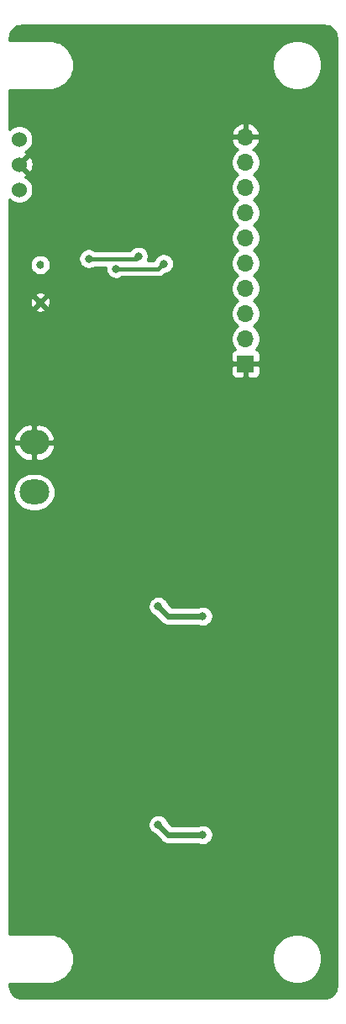
<source format=gbr>
G04 #@! TF.GenerationSoftware,KiCad,Pcbnew,5.1.5+dfsg1-2build2*
G04 #@! TF.CreationDate,2021-04-04T02:08:23+02:00*
G04 #@! TF.ProjectId,t100-usb,74313030-2d75-4736-922e-6b696361645f,rev?*
G04 #@! TF.SameCoordinates,Original*
G04 #@! TF.FileFunction,Copper,L2,Bot*
G04 #@! TF.FilePolarity,Positive*
%FSLAX46Y46*%
G04 Gerber Fmt 4.6, Leading zero omitted, Abs format (unit mm)*
G04 Created by KiCad (PCBNEW 5.1.5+dfsg1-2build2) date 2021-04-04 02:08:23*
%MOMM*%
%LPD*%
G04 APERTURE LIST*
%ADD10O,1.700000X1.700000*%
%ADD11R,1.700000X1.700000*%
%ADD12O,3.000000X2.500000*%
%ADD13C,1.524000*%
%ADD14C,0.797560*%
%ADD15C,0.800000*%
%ADD16C,0.600000*%
%ADD17C,0.400000*%
%ADD18C,0.254000*%
G04 APERTURE END LIST*
D10*
X107315000Y-62230000D03*
X107315000Y-64770000D03*
X107315000Y-67310000D03*
X107315000Y-69850000D03*
X107315000Y-72390000D03*
X107315000Y-74930000D03*
X107315000Y-77470000D03*
X107315000Y-80010000D03*
X107315000Y-82550000D03*
D11*
X107315000Y-85090000D03*
D12*
X86000000Y-98000000D03*
X86000000Y-93000000D03*
D13*
X84500000Y-62460000D03*
X84500000Y-65000000D03*
X84500000Y-67540000D03*
D14*
X86603840Y-75100080D03*
X86601300Y-78897380D03*
D15*
X101000000Y-75000000D03*
X93500000Y-127000000D03*
X92718750Y-127218750D03*
X91062500Y-128937500D03*
X91062500Y-129937500D03*
X91062500Y-107937500D03*
X91062500Y-106937500D03*
X92718750Y-105218750D03*
X93500000Y-105000000D03*
X101500000Y-115000000D03*
X100500000Y-115000000D03*
X99500000Y-115000000D03*
X100500000Y-137000000D03*
X99500000Y-137000000D03*
X101500000Y-137000000D03*
X89000000Y-69250000D03*
X85752650Y-82247350D03*
X94000000Y-61000000D03*
X100999954Y-80437500D03*
X98500000Y-109500000D03*
X102999996Y-110500004D03*
X98500000Y-131500000D03*
X103000000Y-132500000D03*
X96500000Y-74250000D03*
X91500000Y-74500000D03*
X94250000Y-75500000D03*
X99050000Y-75000000D03*
D16*
X102999992Y-110500000D02*
X102999996Y-110500004D01*
X99500000Y-110500000D02*
X102999992Y-110500000D01*
X98500000Y-109500000D02*
X99500000Y-110500000D01*
X98500000Y-131500000D02*
X99500000Y-132500000D01*
X99500000Y-132500000D02*
X103000000Y-132500000D01*
D17*
X96250000Y-74500000D02*
X96500000Y-74250000D01*
X91500000Y-74500000D02*
X96250000Y-74500000D01*
X98500000Y-75500000D02*
X99000000Y-75000000D01*
X94250000Y-75500000D02*
X98500000Y-75500000D01*
X99000000Y-75000000D02*
X99050000Y-75000000D01*
D18*
G36*
X115489750Y-51039162D02*
G01*
X115720370Y-51108789D01*
X115933076Y-51221887D01*
X116119763Y-51374145D01*
X116273318Y-51559761D01*
X116387898Y-51771671D01*
X116459134Y-52001797D01*
X116488001Y-52276451D01*
X116488000Y-147712734D01*
X116460838Y-147989751D01*
X116391209Y-148220373D01*
X116278112Y-148433077D01*
X116125854Y-148619763D01*
X115940240Y-148773317D01*
X115728326Y-148887898D01*
X115498203Y-148959133D01*
X115223558Y-148988000D01*
X84787265Y-148988000D01*
X84510248Y-148960838D01*
X84279626Y-148891209D01*
X84066922Y-148778112D01*
X83880236Y-148625854D01*
X83726682Y-148440240D01*
X83612101Y-148228326D01*
X83540866Y-147998203D01*
X83511999Y-147723558D01*
X83511999Y-147512000D01*
X87537426Y-147512000D01*
X87576082Y-147508193D01*
X87598792Y-147508193D01*
X87609373Y-147507080D01*
X87948784Y-147469009D01*
X88016328Y-147454652D01*
X88084086Y-147441236D01*
X88094250Y-147438090D01*
X88419803Y-147334819D01*
X88483333Y-147307590D01*
X88547135Y-147281293D01*
X88556494Y-147276233D01*
X88855788Y-147111695D01*
X88912764Y-147072683D01*
X88970299Y-147034457D01*
X88978496Y-147027675D01*
X89240131Y-146808137D01*
X89288443Y-146758803D01*
X89337458Y-146710129D01*
X89344182Y-146701884D01*
X89558192Y-146435710D01*
X89596014Y-146377913D01*
X89634631Y-146320661D01*
X89639619Y-146311278D01*
X89639625Y-146311269D01*
X89639629Y-146311260D01*
X89797859Y-146008593D01*
X89823731Y-145944559D01*
X89850495Y-145880891D01*
X89853566Y-145870716D01*
X89853570Y-145870706D01*
X89853572Y-145870696D01*
X89950000Y-145543061D01*
X89962941Y-145475220D01*
X89976829Y-145407566D01*
X89977867Y-145396978D01*
X90008821Y-145056843D01*
X90008339Y-144987749D01*
X90008821Y-144918722D01*
X90007783Y-144908134D01*
X89991355Y-144751821D01*
X109980192Y-144751821D01*
X109980192Y-145248179D01*
X110077027Y-145735001D01*
X110266975Y-146193577D01*
X110542738Y-146606284D01*
X110893716Y-146957262D01*
X111306423Y-147233025D01*
X111764999Y-147422973D01*
X112251821Y-147519808D01*
X112748179Y-147519808D01*
X113235001Y-147422973D01*
X113693577Y-147233025D01*
X114106284Y-146957262D01*
X114457262Y-146606284D01*
X114733025Y-146193577D01*
X114922973Y-145735001D01*
X115019808Y-145248179D01*
X115019808Y-144751821D01*
X114922973Y-144264999D01*
X114733025Y-143806423D01*
X114457262Y-143393716D01*
X114106284Y-143042738D01*
X113693577Y-142766975D01*
X113235001Y-142577027D01*
X112748179Y-142480192D01*
X112251821Y-142480192D01*
X111764999Y-142577027D01*
X111306423Y-142766975D01*
X110893716Y-143042738D01*
X110542738Y-143393716D01*
X110266975Y-143806423D01*
X110077027Y-144264999D01*
X109980192Y-144751821D01*
X89991355Y-144751821D01*
X89972083Y-144568465D01*
X89958196Y-144500809D01*
X89945255Y-144432970D01*
X89942182Y-144422795D01*
X89942180Y-144422785D01*
X89942176Y-144422776D01*
X89841183Y-144096519D01*
X89814417Y-144032845D01*
X89788548Y-143968816D01*
X89783553Y-143959423D01*
X89783553Y-143959422D01*
X89783550Y-143959418D01*
X89621108Y-143658987D01*
X89582505Y-143601756D01*
X89544671Y-143543939D01*
X89537947Y-143535694D01*
X89320241Y-143272534D01*
X89271244Y-143223878D01*
X89222913Y-143174524D01*
X89214715Y-143167742D01*
X88950040Y-142951880D01*
X88892545Y-142913680D01*
X88835532Y-142874642D01*
X88826173Y-142869582D01*
X88524611Y-142709239D01*
X88460789Y-142682933D01*
X88397279Y-142655712D01*
X88387119Y-142652568D01*
X88387113Y-142652566D01*
X88060152Y-142553851D01*
X87992406Y-142540436D01*
X87924848Y-142526076D01*
X87914280Y-142524966D01*
X87914268Y-142524964D01*
X87914257Y-142524964D01*
X87574357Y-142491637D01*
X87574354Y-142491637D01*
X87537426Y-142488000D01*
X83511998Y-142488000D01*
X83511998Y-131398061D01*
X97465000Y-131398061D01*
X97465000Y-131601939D01*
X97504774Y-131801898D01*
X97582795Y-131990256D01*
X97696063Y-132159774D01*
X97840226Y-132303937D01*
X98009744Y-132417205D01*
X98155142Y-132477431D01*
X98806370Y-133128659D01*
X98835656Y-133164344D01*
X98978028Y-133281186D01*
X99083880Y-133337765D01*
X99140459Y-133368007D01*
X99316708Y-133421472D01*
X99500000Y-133439524D01*
X99545935Y-133435000D01*
X102552705Y-133435000D01*
X102698102Y-133495226D01*
X102898061Y-133535000D01*
X103101939Y-133535000D01*
X103301898Y-133495226D01*
X103490256Y-133417205D01*
X103659774Y-133303937D01*
X103803937Y-133159774D01*
X103917205Y-132990256D01*
X103995226Y-132801898D01*
X104035000Y-132601939D01*
X104035000Y-132398061D01*
X103995226Y-132198102D01*
X103917205Y-132009744D01*
X103803937Y-131840226D01*
X103659774Y-131696063D01*
X103490256Y-131582795D01*
X103301898Y-131504774D01*
X103101939Y-131465000D01*
X102898061Y-131465000D01*
X102698102Y-131504774D01*
X102552705Y-131565000D01*
X99887289Y-131565000D01*
X99477431Y-131155142D01*
X99417205Y-131009744D01*
X99303937Y-130840226D01*
X99159774Y-130696063D01*
X98990256Y-130582795D01*
X98801898Y-130504774D01*
X98601939Y-130465000D01*
X98398061Y-130465000D01*
X98198102Y-130504774D01*
X98009744Y-130582795D01*
X97840226Y-130696063D01*
X97696063Y-130840226D01*
X97582795Y-131009744D01*
X97504774Y-131198102D01*
X97465000Y-131398061D01*
X83511998Y-131398061D01*
X83511998Y-109398061D01*
X97465000Y-109398061D01*
X97465000Y-109601939D01*
X97504774Y-109801898D01*
X97582795Y-109990256D01*
X97696063Y-110159774D01*
X97840226Y-110303937D01*
X98009744Y-110417205D01*
X98155142Y-110477431D01*
X98806370Y-111128659D01*
X98835656Y-111164344D01*
X98978028Y-111281186D01*
X99083880Y-111337765D01*
X99140459Y-111368007D01*
X99316708Y-111421472D01*
X99500000Y-111439524D01*
X99545935Y-111435000D01*
X102552691Y-111435000D01*
X102698098Y-111495230D01*
X102898057Y-111535004D01*
X103101935Y-111535004D01*
X103301894Y-111495230D01*
X103490252Y-111417209D01*
X103659770Y-111303941D01*
X103803933Y-111159778D01*
X103917201Y-110990260D01*
X103995222Y-110801902D01*
X104034996Y-110601943D01*
X104034996Y-110398065D01*
X103995222Y-110198106D01*
X103917201Y-110009748D01*
X103803933Y-109840230D01*
X103659770Y-109696067D01*
X103490252Y-109582799D01*
X103301894Y-109504778D01*
X103101935Y-109465004D01*
X102898057Y-109465004D01*
X102698098Y-109504778D01*
X102552710Y-109565000D01*
X99887289Y-109565000D01*
X99477431Y-109155142D01*
X99417205Y-109009744D01*
X99303937Y-108840226D01*
X99159774Y-108696063D01*
X98990256Y-108582795D01*
X98801898Y-108504774D01*
X98601939Y-108465000D01*
X98398061Y-108465000D01*
X98198102Y-108504774D01*
X98009744Y-108582795D01*
X97840226Y-108696063D01*
X97696063Y-108840226D01*
X97582795Y-109009744D01*
X97504774Y-109198102D01*
X97465000Y-109398061D01*
X83511998Y-109398061D01*
X83511999Y-98000000D01*
X83855880Y-98000000D01*
X83892275Y-98369524D01*
X84000061Y-98724848D01*
X84175097Y-99052317D01*
X84410655Y-99339345D01*
X84697683Y-99574903D01*
X85025152Y-99749939D01*
X85380476Y-99857725D01*
X85657403Y-99885000D01*
X86342597Y-99885000D01*
X86619524Y-99857725D01*
X86974848Y-99749939D01*
X87302317Y-99574903D01*
X87589345Y-99339345D01*
X87824903Y-99052317D01*
X87999939Y-98724848D01*
X88107725Y-98369524D01*
X88144120Y-98000000D01*
X88107725Y-97630476D01*
X87999939Y-97275152D01*
X87824903Y-96947683D01*
X87589345Y-96660655D01*
X87302317Y-96425097D01*
X86974848Y-96250061D01*
X86619524Y-96142275D01*
X86342597Y-96115000D01*
X85657403Y-96115000D01*
X85380476Y-96142275D01*
X85025152Y-96250061D01*
X84697683Y-96425097D01*
X84410655Y-96660655D01*
X84175097Y-96947683D01*
X84000061Y-97275152D01*
X83892275Y-97630476D01*
X83855880Y-98000000D01*
X83511999Y-98000000D01*
X83511999Y-93419645D01*
X83912305Y-93419645D01*
X83941777Y-93560611D01*
X84085891Y-93902606D01*
X84293956Y-94209914D01*
X84557976Y-94470726D01*
X84867805Y-94675019D01*
X85211536Y-94814942D01*
X85575960Y-94885118D01*
X85873000Y-94730385D01*
X85873000Y-93127000D01*
X86127000Y-93127000D01*
X86127000Y-94730385D01*
X86424040Y-94885118D01*
X86788464Y-94814942D01*
X87132195Y-94675019D01*
X87442024Y-94470726D01*
X87706044Y-94209914D01*
X87914109Y-93902606D01*
X88058223Y-93560611D01*
X88087695Y-93419645D01*
X87971572Y-93127000D01*
X86127000Y-93127000D01*
X85873000Y-93127000D01*
X84028428Y-93127000D01*
X83912305Y-93419645D01*
X83511999Y-93419645D01*
X83511999Y-92580355D01*
X83912305Y-92580355D01*
X84028428Y-92873000D01*
X85873000Y-92873000D01*
X85873000Y-91269615D01*
X86127000Y-91269615D01*
X86127000Y-92873000D01*
X87971572Y-92873000D01*
X88087695Y-92580355D01*
X88058223Y-92439389D01*
X87914109Y-92097394D01*
X87706044Y-91790086D01*
X87442024Y-91529274D01*
X87132195Y-91324981D01*
X86788464Y-91185058D01*
X86424040Y-91114882D01*
X86127000Y-91269615D01*
X85873000Y-91269615D01*
X85575960Y-91114882D01*
X85211536Y-91185058D01*
X84867805Y-91324981D01*
X84557976Y-91529274D01*
X84293956Y-91790086D01*
X84085891Y-92097394D01*
X83941777Y-92439389D01*
X83912305Y-92580355D01*
X83511999Y-92580355D01*
X83511999Y-85940000D01*
X105826928Y-85940000D01*
X105839188Y-86064482D01*
X105875498Y-86184180D01*
X105934463Y-86294494D01*
X106013815Y-86391185D01*
X106110506Y-86470537D01*
X106220820Y-86529502D01*
X106340518Y-86565812D01*
X106465000Y-86578072D01*
X107029250Y-86575000D01*
X107188000Y-86416250D01*
X107188000Y-85217000D01*
X107442000Y-85217000D01*
X107442000Y-86416250D01*
X107600750Y-86575000D01*
X108165000Y-86578072D01*
X108289482Y-86565812D01*
X108409180Y-86529502D01*
X108519494Y-86470537D01*
X108616185Y-86391185D01*
X108695537Y-86294494D01*
X108754502Y-86184180D01*
X108790812Y-86064482D01*
X108803072Y-85940000D01*
X108800000Y-85375750D01*
X108641250Y-85217000D01*
X107442000Y-85217000D01*
X107188000Y-85217000D01*
X105988750Y-85217000D01*
X105830000Y-85375750D01*
X105826928Y-85940000D01*
X83511999Y-85940000D01*
X83511999Y-84240000D01*
X105826928Y-84240000D01*
X105830000Y-84804250D01*
X105988750Y-84963000D01*
X107188000Y-84963000D01*
X107188000Y-84943000D01*
X107442000Y-84943000D01*
X107442000Y-84963000D01*
X108641250Y-84963000D01*
X108800000Y-84804250D01*
X108803072Y-84240000D01*
X108790812Y-84115518D01*
X108754502Y-83995820D01*
X108695537Y-83885506D01*
X108616185Y-83788815D01*
X108519494Y-83709463D01*
X108409180Y-83650498D01*
X108336620Y-83628487D01*
X108468475Y-83496632D01*
X108630990Y-83253411D01*
X108742932Y-82983158D01*
X108800000Y-82696260D01*
X108800000Y-82403740D01*
X108742932Y-82116842D01*
X108630990Y-81846589D01*
X108468475Y-81603368D01*
X108261632Y-81396525D01*
X108087240Y-81280000D01*
X108261632Y-81163475D01*
X108468475Y-80956632D01*
X108630990Y-80713411D01*
X108742932Y-80443158D01*
X108800000Y-80156260D01*
X108800000Y-79863740D01*
X108742932Y-79576842D01*
X108630990Y-79306589D01*
X108468475Y-79063368D01*
X108261632Y-78856525D01*
X108087240Y-78740000D01*
X108261632Y-78623475D01*
X108468475Y-78416632D01*
X108630990Y-78173411D01*
X108742932Y-77903158D01*
X108800000Y-77616260D01*
X108800000Y-77323740D01*
X108742932Y-77036842D01*
X108630990Y-76766589D01*
X108468475Y-76523368D01*
X108261632Y-76316525D01*
X108087240Y-76200000D01*
X108261632Y-76083475D01*
X108468475Y-75876632D01*
X108630990Y-75633411D01*
X108742932Y-75363158D01*
X108800000Y-75076260D01*
X108800000Y-74783740D01*
X108742932Y-74496842D01*
X108630990Y-74226589D01*
X108468475Y-73983368D01*
X108261632Y-73776525D01*
X108087240Y-73660000D01*
X108261632Y-73543475D01*
X108468475Y-73336632D01*
X108630990Y-73093411D01*
X108742932Y-72823158D01*
X108800000Y-72536260D01*
X108800000Y-72243740D01*
X108742932Y-71956842D01*
X108630990Y-71686589D01*
X108468475Y-71443368D01*
X108261632Y-71236525D01*
X108087240Y-71120000D01*
X108261632Y-71003475D01*
X108468475Y-70796632D01*
X108630990Y-70553411D01*
X108742932Y-70283158D01*
X108800000Y-69996260D01*
X108800000Y-69703740D01*
X108742932Y-69416842D01*
X108630990Y-69146589D01*
X108468475Y-68903368D01*
X108261632Y-68696525D01*
X108087240Y-68580000D01*
X108261632Y-68463475D01*
X108468475Y-68256632D01*
X108630990Y-68013411D01*
X108742932Y-67743158D01*
X108800000Y-67456260D01*
X108800000Y-67163740D01*
X108742932Y-66876842D01*
X108630990Y-66606589D01*
X108468475Y-66363368D01*
X108261632Y-66156525D01*
X108087240Y-66040000D01*
X108261632Y-65923475D01*
X108468475Y-65716632D01*
X108630990Y-65473411D01*
X108742932Y-65203158D01*
X108800000Y-64916260D01*
X108800000Y-64623740D01*
X108742932Y-64336842D01*
X108630990Y-64066589D01*
X108468475Y-63823368D01*
X108261632Y-63616525D01*
X108079466Y-63494805D01*
X108196355Y-63425178D01*
X108412588Y-63230269D01*
X108586641Y-62996920D01*
X108711825Y-62734099D01*
X108756476Y-62586890D01*
X108635155Y-62357000D01*
X107442000Y-62357000D01*
X107442000Y-62377000D01*
X107188000Y-62377000D01*
X107188000Y-62357000D01*
X105994845Y-62357000D01*
X105873524Y-62586890D01*
X105918175Y-62734099D01*
X106043359Y-62996920D01*
X106217412Y-63230269D01*
X106433645Y-63425178D01*
X106550534Y-63494805D01*
X106368368Y-63616525D01*
X106161525Y-63823368D01*
X105999010Y-64066589D01*
X105887068Y-64336842D01*
X105830000Y-64623740D01*
X105830000Y-64916260D01*
X105887068Y-65203158D01*
X105999010Y-65473411D01*
X106161525Y-65716632D01*
X106368368Y-65923475D01*
X106542760Y-66040000D01*
X106368368Y-66156525D01*
X106161525Y-66363368D01*
X105999010Y-66606589D01*
X105887068Y-66876842D01*
X105830000Y-67163740D01*
X105830000Y-67456260D01*
X105887068Y-67743158D01*
X105999010Y-68013411D01*
X106161525Y-68256632D01*
X106368368Y-68463475D01*
X106542760Y-68580000D01*
X106368368Y-68696525D01*
X106161525Y-68903368D01*
X105999010Y-69146589D01*
X105887068Y-69416842D01*
X105830000Y-69703740D01*
X105830000Y-69996260D01*
X105887068Y-70283158D01*
X105999010Y-70553411D01*
X106161525Y-70796632D01*
X106368368Y-71003475D01*
X106542760Y-71120000D01*
X106368368Y-71236525D01*
X106161525Y-71443368D01*
X105999010Y-71686589D01*
X105887068Y-71956842D01*
X105830000Y-72243740D01*
X105830000Y-72536260D01*
X105887068Y-72823158D01*
X105999010Y-73093411D01*
X106161525Y-73336632D01*
X106368368Y-73543475D01*
X106542760Y-73660000D01*
X106368368Y-73776525D01*
X106161525Y-73983368D01*
X105999010Y-74226589D01*
X105887068Y-74496842D01*
X105830000Y-74783740D01*
X105830000Y-75076260D01*
X105887068Y-75363158D01*
X105999010Y-75633411D01*
X106161525Y-75876632D01*
X106368368Y-76083475D01*
X106542760Y-76200000D01*
X106368368Y-76316525D01*
X106161525Y-76523368D01*
X105999010Y-76766589D01*
X105887068Y-77036842D01*
X105830000Y-77323740D01*
X105830000Y-77616260D01*
X105887068Y-77903158D01*
X105999010Y-78173411D01*
X106161525Y-78416632D01*
X106368368Y-78623475D01*
X106542760Y-78740000D01*
X106368368Y-78856525D01*
X106161525Y-79063368D01*
X105999010Y-79306589D01*
X105887068Y-79576842D01*
X105830000Y-79863740D01*
X105830000Y-80156260D01*
X105887068Y-80443158D01*
X105999010Y-80713411D01*
X106161525Y-80956632D01*
X106368368Y-81163475D01*
X106542760Y-81280000D01*
X106368368Y-81396525D01*
X106161525Y-81603368D01*
X105999010Y-81846589D01*
X105887068Y-82116842D01*
X105830000Y-82403740D01*
X105830000Y-82696260D01*
X105887068Y-82983158D01*
X105999010Y-83253411D01*
X106161525Y-83496632D01*
X106293380Y-83628487D01*
X106220820Y-83650498D01*
X106110506Y-83709463D01*
X106013815Y-83788815D01*
X105934463Y-83885506D01*
X105875498Y-83995820D01*
X105839188Y-84115518D01*
X105826928Y-84240000D01*
X83511999Y-84240000D01*
X83511999Y-79602945D01*
X86075340Y-79602945D01*
X86098045Y-79806117D01*
X86285001Y-79886836D01*
X86484112Y-79929530D01*
X86687726Y-79932560D01*
X86888019Y-79895808D01*
X87077293Y-79820688D01*
X87104555Y-79806117D01*
X87127260Y-79602945D01*
X86601300Y-79076985D01*
X86075340Y-79602945D01*
X83511999Y-79602945D01*
X83511999Y-78983806D01*
X85566120Y-78983806D01*
X85602872Y-79184099D01*
X85677992Y-79373373D01*
X85692563Y-79400635D01*
X85895735Y-79423340D01*
X86421695Y-78897380D01*
X86780905Y-78897380D01*
X87306865Y-79423340D01*
X87510037Y-79400635D01*
X87590756Y-79213679D01*
X87633450Y-79014568D01*
X87636480Y-78810954D01*
X87599728Y-78610661D01*
X87524608Y-78421387D01*
X87510037Y-78394125D01*
X87306865Y-78371420D01*
X86780905Y-78897380D01*
X86421695Y-78897380D01*
X85895735Y-78371420D01*
X85692563Y-78394125D01*
X85611844Y-78581081D01*
X85569150Y-78780192D01*
X85566120Y-78983806D01*
X83511999Y-78983806D01*
X83511999Y-78191815D01*
X86075340Y-78191815D01*
X86601300Y-78717775D01*
X87127260Y-78191815D01*
X87104555Y-77988643D01*
X86917599Y-77907924D01*
X86718488Y-77865230D01*
X86514874Y-77862200D01*
X86314581Y-77898952D01*
X86125307Y-77974072D01*
X86098045Y-77988643D01*
X86075340Y-78191815D01*
X83511999Y-78191815D01*
X83511999Y-74998262D01*
X85570060Y-74998262D01*
X85570060Y-75201898D01*
X85609788Y-75401622D01*
X85687716Y-75589758D01*
X85800851Y-75759076D01*
X85944844Y-75903069D01*
X86114162Y-76016204D01*
X86302298Y-76094132D01*
X86502022Y-76133860D01*
X86705658Y-76133860D01*
X86905382Y-76094132D01*
X87093518Y-76016204D01*
X87262836Y-75903069D01*
X87406829Y-75759076D01*
X87519964Y-75589758D01*
X87597892Y-75401622D01*
X87637620Y-75201898D01*
X87637620Y-74998262D01*
X87597892Y-74798538D01*
X87519964Y-74610402D01*
X87406829Y-74441084D01*
X87363806Y-74398061D01*
X90465000Y-74398061D01*
X90465000Y-74601939D01*
X90504774Y-74801898D01*
X90582795Y-74990256D01*
X90696063Y-75159774D01*
X90840226Y-75303937D01*
X91009744Y-75417205D01*
X91198102Y-75495226D01*
X91398061Y-75535000D01*
X91601939Y-75535000D01*
X91801898Y-75495226D01*
X91990256Y-75417205D01*
X92113285Y-75335000D01*
X93227544Y-75335000D01*
X93215000Y-75398061D01*
X93215000Y-75601939D01*
X93254774Y-75801898D01*
X93332795Y-75990256D01*
X93446063Y-76159774D01*
X93590226Y-76303937D01*
X93759744Y-76417205D01*
X93948102Y-76495226D01*
X94148061Y-76535000D01*
X94351939Y-76535000D01*
X94551898Y-76495226D01*
X94740256Y-76417205D01*
X94863285Y-76335000D01*
X98458982Y-76335000D01*
X98500000Y-76339040D01*
X98541018Y-76335000D01*
X98541019Y-76335000D01*
X98663689Y-76322918D01*
X98821087Y-76275172D01*
X98966146Y-76197636D01*
X99093291Y-76093291D01*
X99119445Y-76061422D01*
X99145867Y-76035000D01*
X99151939Y-76035000D01*
X99351898Y-75995226D01*
X99540256Y-75917205D01*
X99709774Y-75803937D01*
X99853937Y-75659774D01*
X99967205Y-75490256D01*
X100045226Y-75301898D01*
X100085000Y-75101939D01*
X100085000Y-74898061D01*
X100045226Y-74698102D01*
X99967205Y-74509744D01*
X99853937Y-74340226D01*
X99709774Y-74196063D01*
X99540256Y-74082795D01*
X99351898Y-74004774D01*
X99151939Y-73965000D01*
X98948061Y-73965000D01*
X98748102Y-74004774D01*
X98559744Y-74082795D01*
X98390226Y-74196063D01*
X98246063Y-74340226D01*
X98132795Y-74509744D01*
X98068485Y-74665000D01*
X97448377Y-74665000D01*
X97495226Y-74551898D01*
X97535000Y-74351939D01*
X97535000Y-74148061D01*
X97495226Y-73948102D01*
X97417205Y-73759744D01*
X97303937Y-73590226D01*
X97159774Y-73446063D01*
X96990256Y-73332795D01*
X96801898Y-73254774D01*
X96601939Y-73215000D01*
X96398061Y-73215000D01*
X96198102Y-73254774D01*
X96009744Y-73332795D01*
X95840226Y-73446063D01*
X95696063Y-73590226D01*
X95646101Y-73665000D01*
X92113285Y-73665000D01*
X91990256Y-73582795D01*
X91801898Y-73504774D01*
X91601939Y-73465000D01*
X91398061Y-73465000D01*
X91198102Y-73504774D01*
X91009744Y-73582795D01*
X90840226Y-73696063D01*
X90696063Y-73840226D01*
X90582795Y-74009744D01*
X90504774Y-74198102D01*
X90465000Y-74398061D01*
X87363806Y-74398061D01*
X87262836Y-74297091D01*
X87093518Y-74183956D01*
X86905382Y-74106028D01*
X86705658Y-74066300D01*
X86502022Y-74066300D01*
X86302298Y-74106028D01*
X86114162Y-74183956D01*
X85944844Y-74297091D01*
X85800851Y-74441084D01*
X85687716Y-74610402D01*
X85609788Y-74798538D01*
X85570060Y-74998262D01*
X83511999Y-74998262D01*
X83512000Y-68527655D01*
X83609465Y-68625120D01*
X83838273Y-68778005D01*
X84092510Y-68883314D01*
X84362408Y-68937000D01*
X84637592Y-68937000D01*
X84907490Y-68883314D01*
X85161727Y-68778005D01*
X85390535Y-68625120D01*
X85585120Y-68430535D01*
X85738005Y-68201727D01*
X85843314Y-67947490D01*
X85897000Y-67677592D01*
X85897000Y-67402408D01*
X85843314Y-67132510D01*
X85738005Y-66878273D01*
X85585120Y-66649465D01*
X85390535Y-66454880D01*
X85161727Y-66301995D01*
X85090057Y-66272308D01*
X85103023Y-66267636D01*
X85218980Y-66205656D01*
X85285960Y-65965565D01*
X84500000Y-65179605D01*
X84485858Y-65193748D01*
X84306253Y-65014143D01*
X84320395Y-65000000D01*
X84679605Y-65000000D01*
X85465565Y-65785960D01*
X85705656Y-65718980D01*
X85822756Y-65469952D01*
X85889023Y-65202865D01*
X85901910Y-64927983D01*
X85860922Y-64655867D01*
X85767636Y-64396977D01*
X85705656Y-64281020D01*
X85465565Y-64214040D01*
X84679605Y-65000000D01*
X84320395Y-65000000D01*
X84306253Y-64985858D01*
X84485858Y-64806253D01*
X84500000Y-64820395D01*
X85285960Y-64034435D01*
X85218980Y-63794344D01*
X85083240Y-63730515D01*
X85161727Y-63698005D01*
X85390535Y-63545120D01*
X85585120Y-63350535D01*
X85738005Y-63121727D01*
X85843314Y-62867490D01*
X85897000Y-62597592D01*
X85897000Y-62322408D01*
X85843314Y-62052510D01*
X85769004Y-61873110D01*
X105873524Y-61873110D01*
X105994845Y-62103000D01*
X107188000Y-62103000D01*
X107188000Y-60909186D01*
X107442000Y-60909186D01*
X107442000Y-62103000D01*
X108635155Y-62103000D01*
X108756476Y-61873110D01*
X108711825Y-61725901D01*
X108586641Y-61463080D01*
X108412588Y-61229731D01*
X108196355Y-61034822D01*
X107946252Y-60885843D01*
X107671891Y-60788519D01*
X107442000Y-60909186D01*
X107188000Y-60909186D01*
X106958109Y-60788519D01*
X106683748Y-60885843D01*
X106433645Y-61034822D01*
X106217412Y-61229731D01*
X106043359Y-61463080D01*
X105918175Y-61725901D01*
X105873524Y-61873110D01*
X85769004Y-61873110D01*
X85738005Y-61798273D01*
X85585120Y-61569465D01*
X85390535Y-61374880D01*
X85161727Y-61221995D01*
X84907490Y-61116686D01*
X84637592Y-61063000D01*
X84362408Y-61063000D01*
X84092510Y-61116686D01*
X83838273Y-61221995D01*
X83609465Y-61374880D01*
X83512000Y-61472345D01*
X83512000Y-57511999D01*
X87537426Y-57511999D01*
X87576082Y-57508192D01*
X87598792Y-57508192D01*
X87609373Y-57507079D01*
X87948784Y-57469008D01*
X88016328Y-57454651D01*
X88084086Y-57441235D01*
X88094250Y-57438089D01*
X88419803Y-57334818D01*
X88483333Y-57307589D01*
X88547135Y-57281292D01*
X88556494Y-57276232D01*
X88855788Y-57111694D01*
X88912764Y-57072682D01*
X88970299Y-57034456D01*
X88978496Y-57027674D01*
X89240131Y-56808136D01*
X89288443Y-56758802D01*
X89337458Y-56710128D01*
X89344182Y-56701883D01*
X89558192Y-56435709D01*
X89596014Y-56377912D01*
X89634631Y-56320660D01*
X89639619Y-56311277D01*
X89639625Y-56311268D01*
X89639629Y-56311259D01*
X89797859Y-56008592D01*
X89823731Y-55944558D01*
X89850495Y-55880890D01*
X89853566Y-55870715D01*
X89853570Y-55870705D01*
X89853572Y-55870695D01*
X89950000Y-55543060D01*
X89962941Y-55475219D01*
X89976829Y-55407565D01*
X89977867Y-55396977D01*
X90008821Y-55056842D01*
X90008339Y-54987748D01*
X90008821Y-54918721D01*
X90007783Y-54908133D01*
X89991355Y-54751821D01*
X109980192Y-54751821D01*
X109980192Y-55248179D01*
X110077027Y-55735001D01*
X110266975Y-56193577D01*
X110542738Y-56606284D01*
X110893716Y-56957262D01*
X111306423Y-57233025D01*
X111764999Y-57422973D01*
X112251821Y-57519808D01*
X112748179Y-57519808D01*
X113235001Y-57422973D01*
X113693577Y-57233025D01*
X114106284Y-56957262D01*
X114457262Y-56606284D01*
X114733025Y-56193577D01*
X114922973Y-55735001D01*
X115019808Y-55248179D01*
X115019808Y-54751821D01*
X114922973Y-54264999D01*
X114733025Y-53806423D01*
X114457262Y-53393716D01*
X114106284Y-53042738D01*
X113693577Y-52766975D01*
X113235001Y-52577027D01*
X112748179Y-52480192D01*
X112251821Y-52480192D01*
X111764999Y-52577027D01*
X111306423Y-52766975D01*
X110893716Y-53042738D01*
X110542738Y-53393716D01*
X110266975Y-53806423D01*
X110077027Y-54264999D01*
X109980192Y-54751821D01*
X89991355Y-54751821D01*
X89972083Y-54568464D01*
X89958196Y-54500808D01*
X89945255Y-54432969D01*
X89942182Y-54422794D01*
X89942180Y-54422784D01*
X89942176Y-54422775D01*
X89841183Y-54096518D01*
X89814417Y-54032844D01*
X89788548Y-53968815D01*
X89783553Y-53959422D01*
X89783553Y-53959421D01*
X89783550Y-53959417D01*
X89621108Y-53658986D01*
X89582505Y-53601755D01*
X89544671Y-53543938D01*
X89537947Y-53535693D01*
X89320241Y-53272533D01*
X89271244Y-53223877D01*
X89222913Y-53174523D01*
X89214715Y-53167741D01*
X88950040Y-52951879D01*
X88892545Y-52913679D01*
X88835532Y-52874641D01*
X88826173Y-52869581D01*
X88524611Y-52709238D01*
X88460789Y-52682932D01*
X88397279Y-52655711D01*
X88387119Y-52652567D01*
X88387113Y-52652565D01*
X88060152Y-52553850D01*
X87992406Y-52540435D01*
X87924848Y-52526075D01*
X87914280Y-52524965D01*
X87914268Y-52524963D01*
X87914257Y-52524963D01*
X87574357Y-52491636D01*
X87574354Y-52491636D01*
X87537426Y-52487999D01*
X83512000Y-52487999D01*
X83512000Y-52287266D01*
X83539162Y-52010250D01*
X83608789Y-51779630D01*
X83721887Y-51566924D01*
X83874145Y-51380237D01*
X84059761Y-51226682D01*
X84271671Y-51112102D01*
X84501797Y-51040866D01*
X84776442Y-51012000D01*
X115212734Y-51012000D01*
X115489750Y-51039162D01*
G37*
X115489750Y-51039162D02*
X115720370Y-51108789D01*
X115933076Y-51221887D01*
X116119763Y-51374145D01*
X116273318Y-51559761D01*
X116387898Y-51771671D01*
X116459134Y-52001797D01*
X116488001Y-52276451D01*
X116488000Y-147712734D01*
X116460838Y-147989751D01*
X116391209Y-148220373D01*
X116278112Y-148433077D01*
X116125854Y-148619763D01*
X115940240Y-148773317D01*
X115728326Y-148887898D01*
X115498203Y-148959133D01*
X115223558Y-148988000D01*
X84787265Y-148988000D01*
X84510248Y-148960838D01*
X84279626Y-148891209D01*
X84066922Y-148778112D01*
X83880236Y-148625854D01*
X83726682Y-148440240D01*
X83612101Y-148228326D01*
X83540866Y-147998203D01*
X83511999Y-147723558D01*
X83511999Y-147512000D01*
X87537426Y-147512000D01*
X87576082Y-147508193D01*
X87598792Y-147508193D01*
X87609373Y-147507080D01*
X87948784Y-147469009D01*
X88016328Y-147454652D01*
X88084086Y-147441236D01*
X88094250Y-147438090D01*
X88419803Y-147334819D01*
X88483333Y-147307590D01*
X88547135Y-147281293D01*
X88556494Y-147276233D01*
X88855788Y-147111695D01*
X88912764Y-147072683D01*
X88970299Y-147034457D01*
X88978496Y-147027675D01*
X89240131Y-146808137D01*
X89288443Y-146758803D01*
X89337458Y-146710129D01*
X89344182Y-146701884D01*
X89558192Y-146435710D01*
X89596014Y-146377913D01*
X89634631Y-146320661D01*
X89639619Y-146311278D01*
X89639625Y-146311269D01*
X89639629Y-146311260D01*
X89797859Y-146008593D01*
X89823731Y-145944559D01*
X89850495Y-145880891D01*
X89853566Y-145870716D01*
X89853570Y-145870706D01*
X89853572Y-145870696D01*
X89950000Y-145543061D01*
X89962941Y-145475220D01*
X89976829Y-145407566D01*
X89977867Y-145396978D01*
X90008821Y-145056843D01*
X90008339Y-144987749D01*
X90008821Y-144918722D01*
X90007783Y-144908134D01*
X89991355Y-144751821D01*
X109980192Y-144751821D01*
X109980192Y-145248179D01*
X110077027Y-145735001D01*
X110266975Y-146193577D01*
X110542738Y-146606284D01*
X110893716Y-146957262D01*
X111306423Y-147233025D01*
X111764999Y-147422973D01*
X112251821Y-147519808D01*
X112748179Y-147519808D01*
X113235001Y-147422973D01*
X113693577Y-147233025D01*
X114106284Y-146957262D01*
X114457262Y-146606284D01*
X114733025Y-146193577D01*
X114922973Y-145735001D01*
X115019808Y-145248179D01*
X115019808Y-144751821D01*
X114922973Y-144264999D01*
X114733025Y-143806423D01*
X114457262Y-143393716D01*
X114106284Y-143042738D01*
X113693577Y-142766975D01*
X113235001Y-142577027D01*
X112748179Y-142480192D01*
X112251821Y-142480192D01*
X111764999Y-142577027D01*
X111306423Y-142766975D01*
X110893716Y-143042738D01*
X110542738Y-143393716D01*
X110266975Y-143806423D01*
X110077027Y-144264999D01*
X109980192Y-144751821D01*
X89991355Y-144751821D01*
X89972083Y-144568465D01*
X89958196Y-144500809D01*
X89945255Y-144432970D01*
X89942182Y-144422795D01*
X89942180Y-144422785D01*
X89942176Y-144422776D01*
X89841183Y-144096519D01*
X89814417Y-144032845D01*
X89788548Y-143968816D01*
X89783553Y-143959423D01*
X89783553Y-143959422D01*
X89783550Y-143959418D01*
X89621108Y-143658987D01*
X89582505Y-143601756D01*
X89544671Y-143543939D01*
X89537947Y-143535694D01*
X89320241Y-143272534D01*
X89271244Y-143223878D01*
X89222913Y-143174524D01*
X89214715Y-143167742D01*
X88950040Y-142951880D01*
X88892545Y-142913680D01*
X88835532Y-142874642D01*
X88826173Y-142869582D01*
X88524611Y-142709239D01*
X88460789Y-142682933D01*
X88397279Y-142655712D01*
X88387119Y-142652568D01*
X88387113Y-142652566D01*
X88060152Y-142553851D01*
X87992406Y-142540436D01*
X87924848Y-142526076D01*
X87914280Y-142524966D01*
X87914268Y-142524964D01*
X87914257Y-142524964D01*
X87574357Y-142491637D01*
X87574354Y-142491637D01*
X87537426Y-142488000D01*
X83511998Y-142488000D01*
X83511998Y-131398061D01*
X97465000Y-131398061D01*
X97465000Y-131601939D01*
X97504774Y-131801898D01*
X97582795Y-131990256D01*
X97696063Y-132159774D01*
X97840226Y-132303937D01*
X98009744Y-132417205D01*
X98155142Y-132477431D01*
X98806370Y-133128659D01*
X98835656Y-133164344D01*
X98978028Y-133281186D01*
X99083880Y-133337765D01*
X99140459Y-133368007D01*
X99316708Y-133421472D01*
X99500000Y-133439524D01*
X99545935Y-133435000D01*
X102552705Y-133435000D01*
X102698102Y-133495226D01*
X102898061Y-133535000D01*
X103101939Y-133535000D01*
X103301898Y-133495226D01*
X103490256Y-133417205D01*
X103659774Y-133303937D01*
X103803937Y-133159774D01*
X103917205Y-132990256D01*
X103995226Y-132801898D01*
X104035000Y-132601939D01*
X104035000Y-132398061D01*
X103995226Y-132198102D01*
X103917205Y-132009744D01*
X103803937Y-131840226D01*
X103659774Y-131696063D01*
X103490256Y-131582795D01*
X103301898Y-131504774D01*
X103101939Y-131465000D01*
X102898061Y-131465000D01*
X102698102Y-131504774D01*
X102552705Y-131565000D01*
X99887289Y-131565000D01*
X99477431Y-131155142D01*
X99417205Y-131009744D01*
X99303937Y-130840226D01*
X99159774Y-130696063D01*
X98990256Y-130582795D01*
X98801898Y-130504774D01*
X98601939Y-130465000D01*
X98398061Y-130465000D01*
X98198102Y-130504774D01*
X98009744Y-130582795D01*
X97840226Y-130696063D01*
X97696063Y-130840226D01*
X97582795Y-131009744D01*
X97504774Y-131198102D01*
X97465000Y-131398061D01*
X83511998Y-131398061D01*
X83511998Y-109398061D01*
X97465000Y-109398061D01*
X97465000Y-109601939D01*
X97504774Y-109801898D01*
X97582795Y-109990256D01*
X97696063Y-110159774D01*
X97840226Y-110303937D01*
X98009744Y-110417205D01*
X98155142Y-110477431D01*
X98806370Y-111128659D01*
X98835656Y-111164344D01*
X98978028Y-111281186D01*
X99083880Y-111337765D01*
X99140459Y-111368007D01*
X99316708Y-111421472D01*
X99500000Y-111439524D01*
X99545935Y-111435000D01*
X102552691Y-111435000D01*
X102698098Y-111495230D01*
X102898057Y-111535004D01*
X103101935Y-111535004D01*
X103301894Y-111495230D01*
X103490252Y-111417209D01*
X103659770Y-111303941D01*
X103803933Y-111159778D01*
X103917201Y-110990260D01*
X103995222Y-110801902D01*
X104034996Y-110601943D01*
X104034996Y-110398065D01*
X103995222Y-110198106D01*
X103917201Y-110009748D01*
X103803933Y-109840230D01*
X103659770Y-109696067D01*
X103490252Y-109582799D01*
X103301894Y-109504778D01*
X103101935Y-109465004D01*
X102898057Y-109465004D01*
X102698098Y-109504778D01*
X102552710Y-109565000D01*
X99887289Y-109565000D01*
X99477431Y-109155142D01*
X99417205Y-109009744D01*
X99303937Y-108840226D01*
X99159774Y-108696063D01*
X98990256Y-108582795D01*
X98801898Y-108504774D01*
X98601939Y-108465000D01*
X98398061Y-108465000D01*
X98198102Y-108504774D01*
X98009744Y-108582795D01*
X97840226Y-108696063D01*
X97696063Y-108840226D01*
X97582795Y-109009744D01*
X97504774Y-109198102D01*
X97465000Y-109398061D01*
X83511998Y-109398061D01*
X83511999Y-98000000D01*
X83855880Y-98000000D01*
X83892275Y-98369524D01*
X84000061Y-98724848D01*
X84175097Y-99052317D01*
X84410655Y-99339345D01*
X84697683Y-99574903D01*
X85025152Y-99749939D01*
X85380476Y-99857725D01*
X85657403Y-99885000D01*
X86342597Y-99885000D01*
X86619524Y-99857725D01*
X86974848Y-99749939D01*
X87302317Y-99574903D01*
X87589345Y-99339345D01*
X87824903Y-99052317D01*
X87999939Y-98724848D01*
X88107725Y-98369524D01*
X88144120Y-98000000D01*
X88107725Y-97630476D01*
X87999939Y-97275152D01*
X87824903Y-96947683D01*
X87589345Y-96660655D01*
X87302317Y-96425097D01*
X86974848Y-96250061D01*
X86619524Y-96142275D01*
X86342597Y-96115000D01*
X85657403Y-96115000D01*
X85380476Y-96142275D01*
X85025152Y-96250061D01*
X84697683Y-96425097D01*
X84410655Y-96660655D01*
X84175097Y-96947683D01*
X84000061Y-97275152D01*
X83892275Y-97630476D01*
X83855880Y-98000000D01*
X83511999Y-98000000D01*
X83511999Y-93419645D01*
X83912305Y-93419645D01*
X83941777Y-93560611D01*
X84085891Y-93902606D01*
X84293956Y-94209914D01*
X84557976Y-94470726D01*
X84867805Y-94675019D01*
X85211536Y-94814942D01*
X85575960Y-94885118D01*
X85873000Y-94730385D01*
X85873000Y-93127000D01*
X86127000Y-93127000D01*
X86127000Y-94730385D01*
X86424040Y-94885118D01*
X86788464Y-94814942D01*
X87132195Y-94675019D01*
X87442024Y-94470726D01*
X87706044Y-94209914D01*
X87914109Y-93902606D01*
X88058223Y-93560611D01*
X88087695Y-93419645D01*
X87971572Y-93127000D01*
X86127000Y-93127000D01*
X85873000Y-93127000D01*
X84028428Y-93127000D01*
X83912305Y-93419645D01*
X83511999Y-93419645D01*
X83511999Y-92580355D01*
X83912305Y-92580355D01*
X84028428Y-92873000D01*
X85873000Y-92873000D01*
X85873000Y-91269615D01*
X86127000Y-91269615D01*
X86127000Y-92873000D01*
X87971572Y-92873000D01*
X88087695Y-92580355D01*
X88058223Y-92439389D01*
X87914109Y-92097394D01*
X87706044Y-91790086D01*
X87442024Y-91529274D01*
X87132195Y-91324981D01*
X86788464Y-91185058D01*
X86424040Y-91114882D01*
X86127000Y-91269615D01*
X85873000Y-91269615D01*
X85575960Y-91114882D01*
X85211536Y-91185058D01*
X84867805Y-91324981D01*
X84557976Y-91529274D01*
X84293956Y-91790086D01*
X84085891Y-92097394D01*
X83941777Y-92439389D01*
X83912305Y-92580355D01*
X83511999Y-92580355D01*
X83511999Y-85940000D01*
X105826928Y-85940000D01*
X105839188Y-86064482D01*
X105875498Y-86184180D01*
X105934463Y-86294494D01*
X106013815Y-86391185D01*
X106110506Y-86470537D01*
X106220820Y-86529502D01*
X106340518Y-86565812D01*
X106465000Y-86578072D01*
X107029250Y-86575000D01*
X107188000Y-86416250D01*
X107188000Y-85217000D01*
X107442000Y-85217000D01*
X107442000Y-86416250D01*
X107600750Y-86575000D01*
X108165000Y-86578072D01*
X108289482Y-86565812D01*
X108409180Y-86529502D01*
X108519494Y-86470537D01*
X108616185Y-86391185D01*
X108695537Y-86294494D01*
X108754502Y-86184180D01*
X108790812Y-86064482D01*
X108803072Y-85940000D01*
X108800000Y-85375750D01*
X108641250Y-85217000D01*
X107442000Y-85217000D01*
X107188000Y-85217000D01*
X105988750Y-85217000D01*
X105830000Y-85375750D01*
X105826928Y-85940000D01*
X83511999Y-85940000D01*
X83511999Y-84240000D01*
X105826928Y-84240000D01*
X105830000Y-84804250D01*
X105988750Y-84963000D01*
X107188000Y-84963000D01*
X107188000Y-84943000D01*
X107442000Y-84943000D01*
X107442000Y-84963000D01*
X108641250Y-84963000D01*
X108800000Y-84804250D01*
X108803072Y-84240000D01*
X108790812Y-84115518D01*
X108754502Y-83995820D01*
X108695537Y-83885506D01*
X108616185Y-83788815D01*
X108519494Y-83709463D01*
X108409180Y-83650498D01*
X108336620Y-83628487D01*
X108468475Y-83496632D01*
X108630990Y-83253411D01*
X108742932Y-82983158D01*
X108800000Y-82696260D01*
X108800000Y-82403740D01*
X108742932Y-82116842D01*
X108630990Y-81846589D01*
X108468475Y-81603368D01*
X108261632Y-81396525D01*
X108087240Y-81280000D01*
X108261632Y-81163475D01*
X108468475Y-80956632D01*
X108630990Y-80713411D01*
X108742932Y-80443158D01*
X108800000Y-80156260D01*
X108800000Y-79863740D01*
X108742932Y-79576842D01*
X108630990Y-79306589D01*
X108468475Y-79063368D01*
X108261632Y-78856525D01*
X108087240Y-78740000D01*
X108261632Y-78623475D01*
X108468475Y-78416632D01*
X108630990Y-78173411D01*
X108742932Y-77903158D01*
X108800000Y-77616260D01*
X108800000Y-77323740D01*
X108742932Y-77036842D01*
X108630990Y-76766589D01*
X108468475Y-76523368D01*
X108261632Y-76316525D01*
X108087240Y-76200000D01*
X108261632Y-76083475D01*
X108468475Y-75876632D01*
X108630990Y-75633411D01*
X108742932Y-75363158D01*
X108800000Y-75076260D01*
X108800000Y-74783740D01*
X108742932Y-74496842D01*
X108630990Y-74226589D01*
X108468475Y-73983368D01*
X108261632Y-73776525D01*
X108087240Y-73660000D01*
X108261632Y-73543475D01*
X108468475Y-73336632D01*
X108630990Y-73093411D01*
X108742932Y-72823158D01*
X108800000Y-72536260D01*
X108800000Y-72243740D01*
X108742932Y-71956842D01*
X108630990Y-71686589D01*
X108468475Y-71443368D01*
X108261632Y-71236525D01*
X108087240Y-71120000D01*
X108261632Y-71003475D01*
X108468475Y-70796632D01*
X108630990Y-70553411D01*
X108742932Y-70283158D01*
X108800000Y-69996260D01*
X108800000Y-69703740D01*
X108742932Y-69416842D01*
X108630990Y-69146589D01*
X108468475Y-68903368D01*
X108261632Y-68696525D01*
X108087240Y-68580000D01*
X108261632Y-68463475D01*
X108468475Y-68256632D01*
X108630990Y-68013411D01*
X108742932Y-67743158D01*
X108800000Y-67456260D01*
X108800000Y-67163740D01*
X108742932Y-66876842D01*
X108630990Y-66606589D01*
X108468475Y-66363368D01*
X108261632Y-66156525D01*
X108087240Y-66040000D01*
X108261632Y-65923475D01*
X108468475Y-65716632D01*
X108630990Y-65473411D01*
X108742932Y-65203158D01*
X108800000Y-64916260D01*
X108800000Y-64623740D01*
X108742932Y-64336842D01*
X108630990Y-64066589D01*
X108468475Y-63823368D01*
X108261632Y-63616525D01*
X108079466Y-63494805D01*
X108196355Y-63425178D01*
X108412588Y-63230269D01*
X108586641Y-62996920D01*
X108711825Y-62734099D01*
X108756476Y-62586890D01*
X108635155Y-62357000D01*
X107442000Y-62357000D01*
X107442000Y-62377000D01*
X107188000Y-62377000D01*
X107188000Y-62357000D01*
X105994845Y-62357000D01*
X105873524Y-62586890D01*
X105918175Y-62734099D01*
X106043359Y-62996920D01*
X106217412Y-63230269D01*
X106433645Y-63425178D01*
X106550534Y-63494805D01*
X106368368Y-63616525D01*
X106161525Y-63823368D01*
X105999010Y-64066589D01*
X105887068Y-64336842D01*
X105830000Y-64623740D01*
X105830000Y-64916260D01*
X105887068Y-65203158D01*
X105999010Y-65473411D01*
X106161525Y-65716632D01*
X106368368Y-65923475D01*
X106542760Y-66040000D01*
X106368368Y-66156525D01*
X106161525Y-66363368D01*
X105999010Y-66606589D01*
X105887068Y-66876842D01*
X105830000Y-67163740D01*
X105830000Y-67456260D01*
X105887068Y-67743158D01*
X105999010Y-68013411D01*
X106161525Y-68256632D01*
X106368368Y-68463475D01*
X106542760Y-68580000D01*
X106368368Y-68696525D01*
X106161525Y-68903368D01*
X105999010Y-69146589D01*
X105887068Y-69416842D01*
X105830000Y-69703740D01*
X105830000Y-69996260D01*
X105887068Y-70283158D01*
X105999010Y-70553411D01*
X106161525Y-70796632D01*
X106368368Y-71003475D01*
X106542760Y-71120000D01*
X106368368Y-71236525D01*
X106161525Y-71443368D01*
X105999010Y-71686589D01*
X105887068Y-71956842D01*
X105830000Y-72243740D01*
X105830000Y-72536260D01*
X105887068Y-72823158D01*
X105999010Y-73093411D01*
X106161525Y-73336632D01*
X106368368Y-73543475D01*
X106542760Y-73660000D01*
X106368368Y-73776525D01*
X106161525Y-73983368D01*
X105999010Y-74226589D01*
X105887068Y-74496842D01*
X105830000Y-74783740D01*
X105830000Y-75076260D01*
X105887068Y-75363158D01*
X105999010Y-75633411D01*
X106161525Y-75876632D01*
X106368368Y-76083475D01*
X106542760Y-76200000D01*
X106368368Y-76316525D01*
X106161525Y-76523368D01*
X105999010Y-76766589D01*
X105887068Y-77036842D01*
X105830000Y-77323740D01*
X105830000Y-77616260D01*
X105887068Y-77903158D01*
X105999010Y-78173411D01*
X106161525Y-78416632D01*
X106368368Y-78623475D01*
X106542760Y-78740000D01*
X106368368Y-78856525D01*
X106161525Y-79063368D01*
X105999010Y-79306589D01*
X105887068Y-79576842D01*
X105830000Y-79863740D01*
X105830000Y-80156260D01*
X105887068Y-80443158D01*
X105999010Y-80713411D01*
X106161525Y-80956632D01*
X106368368Y-81163475D01*
X106542760Y-81280000D01*
X106368368Y-81396525D01*
X106161525Y-81603368D01*
X105999010Y-81846589D01*
X105887068Y-82116842D01*
X105830000Y-82403740D01*
X105830000Y-82696260D01*
X105887068Y-82983158D01*
X105999010Y-83253411D01*
X106161525Y-83496632D01*
X106293380Y-83628487D01*
X106220820Y-83650498D01*
X106110506Y-83709463D01*
X106013815Y-83788815D01*
X105934463Y-83885506D01*
X105875498Y-83995820D01*
X105839188Y-84115518D01*
X105826928Y-84240000D01*
X83511999Y-84240000D01*
X83511999Y-79602945D01*
X86075340Y-79602945D01*
X86098045Y-79806117D01*
X86285001Y-79886836D01*
X86484112Y-79929530D01*
X86687726Y-79932560D01*
X86888019Y-79895808D01*
X87077293Y-79820688D01*
X87104555Y-79806117D01*
X87127260Y-79602945D01*
X86601300Y-79076985D01*
X86075340Y-79602945D01*
X83511999Y-79602945D01*
X83511999Y-78983806D01*
X85566120Y-78983806D01*
X85602872Y-79184099D01*
X85677992Y-79373373D01*
X85692563Y-79400635D01*
X85895735Y-79423340D01*
X86421695Y-78897380D01*
X86780905Y-78897380D01*
X87306865Y-79423340D01*
X87510037Y-79400635D01*
X87590756Y-79213679D01*
X87633450Y-79014568D01*
X87636480Y-78810954D01*
X87599728Y-78610661D01*
X87524608Y-78421387D01*
X87510037Y-78394125D01*
X87306865Y-78371420D01*
X86780905Y-78897380D01*
X86421695Y-78897380D01*
X85895735Y-78371420D01*
X85692563Y-78394125D01*
X85611844Y-78581081D01*
X85569150Y-78780192D01*
X85566120Y-78983806D01*
X83511999Y-78983806D01*
X83511999Y-78191815D01*
X86075340Y-78191815D01*
X86601300Y-78717775D01*
X87127260Y-78191815D01*
X87104555Y-77988643D01*
X86917599Y-77907924D01*
X86718488Y-77865230D01*
X86514874Y-77862200D01*
X86314581Y-77898952D01*
X86125307Y-77974072D01*
X86098045Y-77988643D01*
X86075340Y-78191815D01*
X83511999Y-78191815D01*
X83511999Y-74998262D01*
X85570060Y-74998262D01*
X85570060Y-75201898D01*
X85609788Y-75401622D01*
X85687716Y-75589758D01*
X85800851Y-75759076D01*
X85944844Y-75903069D01*
X86114162Y-76016204D01*
X86302298Y-76094132D01*
X86502022Y-76133860D01*
X86705658Y-76133860D01*
X86905382Y-76094132D01*
X87093518Y-76016204D01*
X87262836Y-75903069D01*
X87406829Y-75759076D01*
X87519964Y-75589758D01*
X87597892Y-75401622D01*
X87637620Y-75201898D01*
X87637620Y-74998262D01*
X87597892Y-74798538D01*
X87519964Y-74610402D01*
X87406829Y-74441084D01*
X87363806Y-74398061D01*
X90465000Y-74398061D01*
X90465000Y-74601939D01*
X90504774Y-74801898D01*
X90582795Y-74990256D01*
X90696063Y-75159774D01*
X90840226Y-75303937D01*
X91009744Y-75417205D01*
X91198102Y-75495226D01*
X91398061Y-75535000D01*
X91601939Y-75535000D01*
X91801898Y-75495226D01*
X91990256Y-75417205D01*
X92113285Y-75335000D01*
X93227544Y-75335000D01*
X93215000Y-75398061D01*
X93215000Y-75601939D01*
X93254774Y-75801898D01*
X93332795Y-75990256D01*
X93446063Y-76159774D01*
X93590226Y-76303937D01*
X93759744Y-76417205D01*
X93948102Y-76495226D01*
X94148061Y-76535000D01*
X94351939Y-76535000D01*
X94551898Y-76495226D01*
X94740256Y-76417205D01*
X94863285Y-76335000D01*
X98458982Y-76335000D01*
X98500000Y-76339040D01*
X98541018Y-76335000D01*
X98541019Y-76335000D01*
X98663689Y-76322918D01*
X98821087Y-76275172D01*
X98966146Y-76197636D01*
X99093291Y-76093291D01*
X99119445Y-76061422D01*
X99145867Y-76035000D01*
X99151939Y-76035000D01*
X99351898Y-75995226D01*
X99540256Y-75917205D01*
X99709774Y-75803937D01*
X99853937Y-75659774D01*
X99967205Y-75490256D01*
X100045226Y-75301898D01*
X100085000Y-75101939D01*
X100085000Y-74898061D01*
X100045226Y-74698102D01*
X99967205Y-74509744D01*
X99853937Y-74340226D01*
X99709774Y-74196063D01*
X99540256Y-74082795D01*
X99351898Y-74004774D01*
X99151939Y-73965000D01*
X98948061Y-73965000D01*
X98748102Y-74004774D01*
X98559744Y-74082795D01*
X98390226Y-74196063D01*
X98246063Y-74340226D01*
X98132795Y-74509744D01*
X98068485Y-74665000D01*
X97448377Y-74665000D01*
X97495226Y-74551898D01*
X97535000Y-74351939D01*
X97535000Y-74148061D01*
X97495226Y-73948102D01*
X97417205Y-73759744D01*
X97303937Y-73590226D01*
X97159774Y-73446063D01*
X96990256Y-73332795D01*
X96801898Y-73254774D01*
X96601939Y-73215000D01*
X96398061Y-73215000D01*
X96198102Y-73254774D01*
X96009744Y-73332795D01*
X95840226Y-73446063D01*
X95696063Y-73590226D01*
X95646101Y-73665000D01*
X92113285Y-73665000D01*
X91990256Y-73582795D01*
X91801898Y-73504774D01*
X91601939Y-73465000D01*
X91398061Y-73465000D01*
X91198102Y-73504774D01*
X91009744Y-73582795D01*
X90840226Y-73696063D01*
X90696063Y-73840226D01*
X90582795Y-74009744D01*
X90504774Y-74198102D01*
X90465000Y-74398061D01*
X87363806Y-74398061D01*
X87262836Y-74297091D01*
X87093518Y-74183956D01*
X86905382Y-74106028D01*
X86705658Y-74066300D01*
X86502022Y-74066300D01*
X86302298Y-74106028D01*
X86114162Y-74183956D01*
X85944844Y-74297091D01*
X85800851Y-74441084D01*
X85687716Y-74610402D01*
X85609788Y-74798538D01*
X85570060Y-74998262D01*
X83511999Y-74998262D01*
X83512000Y-68527655D01*
X83609465Y-68625120D01*
X83838273Y-68778005D01*
X84092510Y-68883314D01*
X84362408Y-68937000D01*
X84637592Y-68937000D01*
X84907490Y-68883314D01*
X85161727Y-68778005D01*
X85390535Y-68625120D01*
X85585120Y-68430535D01*
X85738005Y-68201727D01*
X85843314Y-67947490D01*
X85897000Y-67677592D01*
X85897000Y-67402408D01*
X85843314Y-67132510D01*
X85738005Y-66878273D01*
X85585120Y-66649465D01*
X85390535Y-66454880D01*
X85161727Y-66301995D01*
X85090057Y-66272308D01*
X85103023Y-66267636D01*
X85218980Y-66205656D01*
X85285960Y-65965565D01*
X84500000Y-65179605D01*
X84485858Y-65193748D01*
X84306253Y-65014143D01*
X84320395Y-65000000D01*
X84679605Y-65000000D01*
X85465565Y-65785960D01*
X85705656Y-65718980D01*
X85822756Y-65469952D01*
X85889023Y-65202865D01*
X85901910Y-64927983D01*
X85860922Y-64655867D01*
X85767636Y-64396977D01*
X85705656Y-64281020D01*
X85465565Y-64214040D01*
X84679605Y-65000000D01*
X84320395Y-65000000D01*
X84306253Y-64985858D01*
X84485858Y-64806253D01*
X84500000Y-64820395D01*
X85285960Y-64034435D01*
X85218980Y-63794344D01*
X85083240Y-63730515D01*
X85161727Y-63698005D01*
X85390535Y-63545120D01*
X85585120Y-63350535D01*
X85738005Y-63121727D01*
X85843314Y-62867490D01*
X85897000Y-62597592D01*
X85897000Y-62322408D01*
X85843314Y-62052510D01*
X85769004Y-61873110D01*
X105873524Y-61873110D01*
X105994845Y-62103000D01*
X107188000Y-62103000D01*
X107188000Y-60909186D01*
X107442000Y-60909186D01*
X107442000Y-62103000D01*
X108635155Y-62103000D01*
X108756476Y-61873110D01*
X108711825Y-61725901D01*
X108586641Y-61463080D01*
X108412588Y-61229731D01*
X108196355Y-61034822D01*
X107946252Y-60885843D01*
X107671891Y-60788519D01*
X107442000Y-60909186D01*
X107188000Y-60909186D01*
X106958109Y-60788519D01*
X106683748Y-60885843D01*
X106433645Y-61034822D01*
X106217412Y-61229731D01*
X106043359Y-61463080D01*
X105918175Y-61725901D01*
X105873524Y-61873110D01*
X85769004Y-61873110D01*
X85738005Y-61798273D01*
X85585120Y-61569465D01*
X85390535Y-61374880D01*
X85161727Y-61221995D01*
X84907490Y-61116686D01*
X84637592Y-61063000D01*
X84362408Y-61063000D01*
X84092510Y-61116686D01*
X83838273Y-61221995D01*
X83609465Y-61374880D01*
X83512000Y-61472345D01*
X83512000Y-57511999D01*
X87537426Y-57511999D01*
X87576082Y-57508192D01*
X87598792Y-57508192D01*
X87609373Y-57507079D01*
X87948784Y-57469008D01*
X88016328Y-57454651D01*
X88084086Y-57441235D01*
X88094250Y-57438089D01*
X88419803Y-57334818D01*
X88483333Y-57307589D01*
X88547135Y-57281292D01*
X88556494Y-57276232D01*
X88855788Y-57111694D01*
X88912764Y-57072682D01*
X88970299Y-57034456D01*
X88978496Y-57027674D01*
X89240131Y-56808136D01*
X89288443Y-56758802D01*
X89337458Y-56710128D01*
X89344182Y-56701883D01*
X89558192Y-56435709D01*
X89596014Y-56377912D01*
X89634631Y-56320660D01*
X89639619Y-56311277D01*
X89639625Y-56311268D01*
X89639629Y-56311259D01*
X89797859Y-56008592D01*
X89823731Y-55944558D01*
X89850495Y-55880890D01*
X89853566Y-55870715D01*
X89853570Y-55870705D01*
X89853572Y-55870695D01*
X89950000Y-55543060D01*
X89962941Y-55475219D01*
X89976829Y-55407565D01*
X89977867Y-55396977D01*
X90008821Y-55056842D01*
X90008339Y-54987748D01*
X90008821Y-54918721D01*
X90007783Y-54908133D01*
X89991355Y-54751821D01*
X109980192Y-54751821D01*
X109980192Y-55248179D01*
X110077027Y-55735001D01*
X110266975Y-56193577D01*
X110542738Y-56606284D01*
X110893716Y-56957262D01*
X111306423Y-57233025D01*
X111764999Y-57422973D01*
X112251821Y-57519808D01*
X112748179Y-57519808D01*
X113235001Y-57422973D01*
X113693577Y-57233025D01*
X114106284Y-56957262D01*
X114457262Y-56606284D01*
X114733025Y-56193577D01*
X114922973Y-55735001D01*
X115019808Y-55248179D01*
X115019808Y-54751821D01*
X114922973Y-54264999D01*
X114733025Y-53806423D01*
X114457262Y-53393716D01*
X114106284Y-53042738D01*
X113693577Y-52766975D01*
X113235001Y-52577027D01*
X112748179Y-52480192D01*
X112251821Y-52480192D01*
X111764999Y-52577027D01*
X111306423Y-52766975D01*
X110893716Y-53042738D01*
X110542738Y-53393716D01*
X110266975Y-53806423D01*
X110077027Y-54264999D01*
X109980192Y-54751821D01*
X89991355Y-54751821D01*
X89972083Y-54568464D01*
X89958196Y-54500808D01*
X89945255Y-54432969D01*
X89942182Y-54422794D01*
X89942180Y-54422784D01*
X89942176Y-54422775D01*
X89841183Y-54096518D01*
X89814417Y-54032844D01*
X89788548Y-53968815D01*
X89783553Y-53959422D01*
X89783553Y-53959421D01*
X89783550Y-53959417D01*
X89621108Y-53658986D01*
X89582505Y-53601755D01*
X89544671Y-53543938D01*
X89537947Y-53535693D01*
X89320241Y-53272533D01*
X89271244Y-53223877D01*
X89222913Y-53174523D01*
X89214715Y-53167741D01*
X88950040Y-52951879D01*
X88892545Y-52913679D01*
X88835532Y-52874641D01*
X88826173Y-52869581D01*
X88524611Y-52709238D01*
X88460789Y-52682932D01*
X88397279Y-52655711D01*
X88387119Y-52652567D01*
X88387113Y-52652565D01*
X88060152Y-52553850D01*
X87992406Y-52540435D01*
X87924848Y-52526075D01*
X87914280Y-52524965D01*
X87914268Y-52524963D01*
X87914257Y-52524963D01*
X87574357Y-52491636D01*
X87574354Y-52491636D01*
X87537426Y-52487999D01*
X83512000Y-52487999D01*
X83512000Y-52287266D01*
X83539162Y-52010250D01*
X83608789Y-51779630D01*
X83721887Y-51566924D01*
X83874145Y-51380237D01*
X84059761Y-51226682D01*
X84271671Y-51112102D01*
X84501797Y-51040866D01*
X84776442Y-51012000D01*
X115212734Y-51012000D01*
X115489750Y-51039162D01*
M02*

</source>
